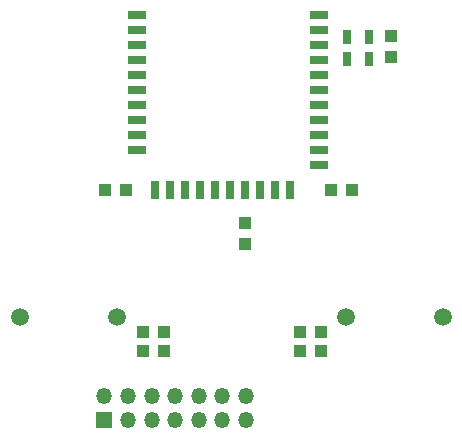
<source format=gts>
G04 #@! TF.GenerationSoftware,KiCad,Pcbnew,5.0.0-rc2-be01b52~65~ubuntu16.04.1*
G04 #@! TF.CreationDate,2018-06-27T12:44:11+03:00*
G04 #@! TF.ProjectId,livolo_2_channels_1way_eu_switch,6C69766F6C6F5F325F6368616E6E656C,rev?*
G04 #@! TF.SameCoordinates,Original*
G04 #@! TF.FileFunction,Soldermask,Top*
G04 #@! TF.FilePolarity,Negative*
%FSLAX46Y46*%
G04 Gerber Fmt 4.6, Leading zero omitted, Abs format (unit mm)*
G04 Created by KiCad (PCBNEW 5.0.0-rc2-be01b52~65~ubuntu16.04.1) date Wed Jun 27 12:44:11 2018*
%MOMM*%
%LPD*%
G01*
G04 APERTURE LIST*
%ADD10C,1.500000*%
%ADD11O,1.350000X1.350000*%
%ADD12R,1.350000X1.350000*%
%ADD13R,0.750000X1.200000*%
%ADD14R,1.000000X0.995000*%
%ADD15R,0.995000X1.000000*%
%ADD16R,1.524000X0.710000*%
%ADD17R,0.710000X1.524000*%
G04 APERTURE END LIST*
D10*
G04 #@! TO.C,REF\002A\002A*
X152100000Y-100850000D03*
G04 #@! TD*
G04 #@! TO.C,REF\002A\002A*
X160300000Y-100850000D03*
G04 #@! TD*
G04 #@! TO.C,REF\002A\002A*
X132700000Y-100900000D03*
G04 #@! TD*
G04 #@! TO.C,REF\002A\002A*
X124500000Y-100900000D03*
G04 #@! TD*
D11*
G04 #@! TO.C,P4*
X143650000Y-107550000D03*
X143650000Y-109550000D03*
X141650000Y-107550000D03*
X141650000Y-109550000D03*
X139650000Y-107550000D03*
X139650000Y-109550000D03*
X137650000Y-107550000D03*
X137650000Y-109550000D03*
X135650000Y-107550000D03*
X135650000Y-109550000D03*
X133650000Y-107550000D03*
X133650000Y-109550000D03*
X131650000Y-107550000D03*
D12*
X131650000Y-109550000D03*
G04 #@! TD*
D13*
G04 #@! TO.C,C3*
X152200000Y-77150000D03*
X152200000Y-79050000D03*
G04 #@! TD*
G04 #@! TO.C,C4*
X154100000Y-77150000D03*
X154100000Y-79050000D03*
G04 #@! TD*
D14*
G04 #@! TO.C,R1*
X155900000Y-77100000D03*
X155900000Y-78875000D03*
G04 #@! TD*
D15*
G04 #@! TO.C,R4*
X152587500Y-90100000D03*
X150812500Y-90100000D03*
G04 #@! TD*
G04 #@! TO.C,R5*
X148212500Y-102100000D03*
X149987500Y-102100000D03*
G04 #@! TD*
G04 #@! TO.C,R6*
X149987500Y-103700000D03*
X148212500Y-103700000D03*
G04 #@! TD*
G04 #@! TO.C,R7*
X136675000Y-102100000D03*
X134900000Y-102100000D03*
G04 #@! TD*
G04 #@! TO.C,R8*
X134900000Y-103700000D03*
X136675000Y-103700000D03*
G04 #@! TD*
G04 #@! TO.C,R10*
X131712500Y-90100000D03*
X133487500Y-90100000D03*
G04 #@! TD*
D16*
G04 #@! TO.C,U5*
X149850000Y-75280000D03*
X149850000Y-76550000D03*
X149850000Y-77820000D03*
X149850000Y-79090000D03*
X149850000Y-80360000D03*
X149850000Y-81630000D03*
X149850000Y-82900000D03*
X149850000Y-84170000D03*
X149850000Y-85440000D03*
X149850000Y-86710000D03*
X149850000Y-87980000D03*
D17*
X147400000Y-90100000D03*
X146130000Y-90100000D03*
X144860000Y-90100000D03*
X143590000Y-90100000D03*
X142320000Y-90100000D03*
X141050000Y-90100000D03*
X139780000Y-90100000D03*
X138510000Y-90100000D03*
X137240000Y-90100000D03*
X135970000Y-90100000D03*
D16*
X134450000Y-80360000D03*
X134450000Y-75280000D03*
X134450000Y-77820000D03*
X134450000Y-84170000D03*
X134450000Y-82900000D03*
X134450000Y-76550000D03*
X134450000Y-85440000D03*
X134450000Y-81630000D03*
X134450000Y-86710000D03*
X134450000Y-79090000D03*
G04 #@! TD*
D14*
G04 #@! TO.C,L1*
X143600000Y-94700000D03*
X143600000Y-92925000D03*
G04 #@! TD*
M02*

</source>
